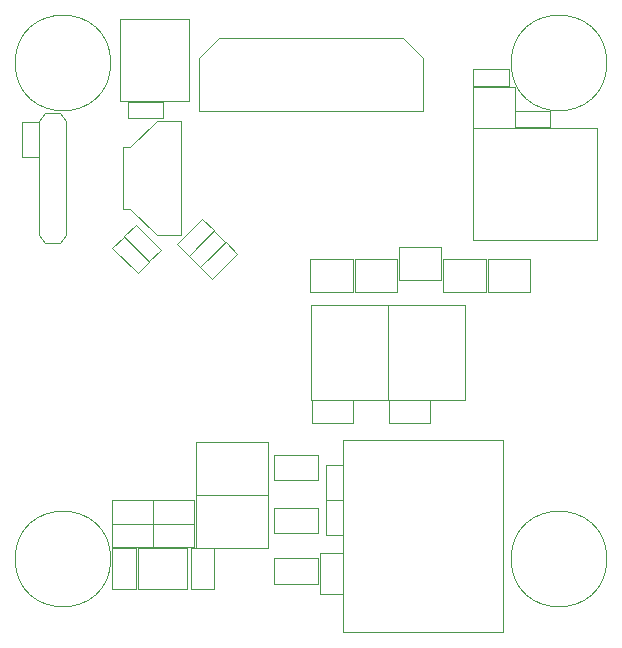
<source format=gbr>
%TF.GenerationSoftware,KiCad,Pcbnew,7.0.7*%
%TF.CreationDate,2024-01-21T18:01:17-05:00*%
%TF.ProjectId,Forerunner-Cubic-Mainboard,466f7265-7275-46e6-9e65-722d43756269,rev?*%
%TF.SameCoordinates,Original*%
%TF.FileFunction,Other,User*%
%FSLAX46Y46*%
G04 Gerber Fmt 4.6, Leading zero omitted, Abs format (unit mm)*
G04 Created by KiCad (PCBNEW 7.0.7) date 2024-01-21 18:01:17*
%MOMM*%
%LPD*%
G01*
G04 APERTURE LIST*
%ADD10C,0.050000*%
G04 APERTURE END LIST*
D10*
%TO.C,MH3*%
X50050000Y4000000D02*
G75*
G03*
X50050000Y4000000I-4050000J0D01*
G01*
%TO.C,MH4*%
X8050000Y4000000D02*
G75*
G03*
X8050000Y4000000I-4050000J0D01*
G01*
%TO.C,MH1*%
X8050000Y46000000D02*
G75*
G03*
X8050000Y46000000I-4050000J0D01*
G01*
%TO.C,J2*%
X2500000Y41750000D02*
X3750000Y41750000D01*
X14000000Y41100000D02*
X12000000Y41100000D01*
X12000000Y41100000D02*
X9700000Y38850000D01*
X4250000Y41100000D02*
X3750000Y41750000D01*
X2000000Y41100000D02*
X2500000Y41750000D01*
X9700000Y38850000D02*
X9100000Y38850000D01*
X9700000Y33650000D02*
X9100000Y33650000D01*
X9100000Y33650000D02*
X9100000Y38850000D01*
X14000000Y31400000D02*
X14000000Y41100000D01*
X12000000Y31400000D02*
X9700000Y33650000D01*
X12000000Y31400000D02*
X14000000Y31400000D01*
X4250000Y31400000D02*
X4250000Y41100000D01*
X4250000Y31400000D02*
X3750000Y30750000D01*
X2000000Y31400000D02*
X2000000Y41100000D01*
X2000000Y31400000D02*
X2500000Y30750000D01*
X3750000Y30750000D02*
X2500000Y30750000D01*
%TO.C,J4*%
X15525000Y46404000D02*
X15525000Y41896000D01*
X15525000Y41896000D02*
X34475000Y41896000D01*
X17225000Y48104000D02*
X15525000Y46404000D01*
X32775000Y48104000D02*
X17225000Y48104000D01*
X32775000Y48104000D02*
X34475000Y46404000D01*
X34475000Y46404000D02*
X34475000Y41896000D01*
%TO.C,MH2*%
X50050000Y46000000D02*
G75*
G03*
X50050000Y46000000I-4050000J0D01*
G01*
%TO.C,C3*%
X35100000Y15500000D02*
X35100000Y17500000D01*
X31600000Y15500000D02*
X35100000Y15500000D01*
X31600000Y15500000D02*
X31600000Y17500000D01*
X31600000Y17500000D02*
X35100000Y17500000D01*
%TO.C,TP2*%
X25625000Y8325000D02*
X21875000Y8325000D01*
X21875000Y8325000D02*
X21875000Y6175000D01*
X21875000Y6175000D02*
X25625000Y6175000D01*
X25625000Y6175000D02*
X25625000Y8325000D01*
%TO.C,LS1*%
X49250000Y40500000D02*
X38750000Y40500000D01*
X38750000Y40500000D02*
X38750000Y31000000D01*
X38750000Y31000000D02*
X49250000Y31000000D01*
X49250000Y31000000D02*
X49250000Y40500000D01*
%TO.C,R15*%
X36050000Y30400000D02*
X32450000Y30400000D01*
X36050000Y27600000D02*
X36050000Y30400000D01*
X36050000Y27600000D02*
X32450000Y27600000D01*
X32450000Y27600000D02*
X32450000Y30400000D01*
%TO.C,C16*%
X10184315Y32305635D02*
X9194365Y31315685D01*
X12305635Y30184315D02*
X10184315Y32305635D01*
X12305635Y30184315D02*
X11315685Y29194365D01*
X11315685Y29194365D02*
X9194365Y31315685D01*
%TO.C,U4*%
X10335000Y4900000D02*
X14465000Y4900000D01*
X10335000Y1500000D02*
X10335000Y4900000D01*
X10335000Y1500000D02*
X14465000Y1500000D01*
X14465000Y1500000D02*
X14465000Y4900000D01*
%TO.C,C10*%
X10150000Y4950000D02*
X8150000Y4950000D01*
X10150000Y1450000D02*
X10150000Y4950000D01*
X10150000Y1450000D02*
X8150000Y1450000D01*
X8150000Y1450000D02*
X8150000Y4950000D01*
%TO.C,U2*%
X31500000Y25500000D02*
X25000000Y25500000D01*
X25000000Y25500000D02*
X25000000Y17500000D01*
X31500000Y17500000D02*
X31500000Y25500000D01*
X25000000Y17500000D02*
X31500000Y17500000D01*
%TO.C,TP1*%
X25625000Y12825000D02*
X21875000Y12825000D01*
X21875000Y12825000D02*
X21875000Y10675000D01*
X21875000Y10675000D02*
X25625000Y10675000D01*
X25625000Y10675000D02*
X25625000Y12825000D01*
%TO.C,C11*%
X14825000Y1450000D02*
X16825000Y1450000D01*
X14825000Y4950000D02*
X14825000Y1450000D01*
X14825000Y4950000D02*
X16825000Y4950000D01*
X16825000Y4950000D02*
X16825000Y1450000D01*
%TO.C,C28*%
X9500000Y42700000D02*
X9500000Y41300000D01*
X12500000Y42700000D02*
X9500000Y42700000D01*
X12500000Y42700000D02*
X12500000Y41300000D01*
X12500000Y41300000D02*
X9500000Y41300000D01*
%TO.C,D5*%
X15250000Y9450000D02*
X15250000Y4950000D01*
X21350000Y9450000D02*
X15250000Y9450000D01*
X21350000Y9450000D02*
X21350000Y4950000D01*
X21350000Y4950000D02*
X15250000Y4950000D01*
%TO.C,L3*%
X14700000Y49750000D02*
X8800000Y49750000D01*
X14700000Y42750000D02*
X14700000Y49750000D01*
X14700000Y42750000D02*
X8800000Y42750000D01*
X8800000Y42750000D02*
X8800000Y49750000D01*
%TO.C,C21*%
X16755635Y31815685D02*
X15765685Y32805635D01*
X14634315Y29694365D02*
X16755635Y31815685D01*
X14634315Y29694365D02*
X13644365Y30684315D01*
X13644365Y30684315D02*
X15765685Y32805635D01*
%TO.C,R30*%
X550000Y38000000D02*
X1950000Y38000000D01*
X550000Y41000000D02*
X550000Y38000000D01*
X550000Y41000000D02*
X1950000Y41000000D01*
X1950000Y41000000D02*
X1950000Y38000000D01*
%TO.C,C7*%
X8125000Y9000000D02*
X8125000Y7000000D01*
X11625000Y9000000D02*
X8125000Y9000000D01*
X11625000Y9000000D02*
X11625000Y7000000D01*
X11625000Y7000000D02*
X8125000Y7000000D01*
%TO.C,TP3*%
X25625000Y4075000D02*
X21875000Y4075000D01*
X21875000Y4075000D02*
X21875000Y1925000D01*
X21875000Y1925000D02*
X25625000Y1925000D01*
X25625000Y1925000D02*
X25625000Y4075000D01*
%TO.C,C5*%
X15125000Y7000000D02*
X15125000Y9000000D01*
X11625000Y7000000D02*
X15125000Y7000000D01*
X11625000Y7000000D02*
X11625000Y9000000D01*
X11625000Y9000000D02*
X15125000Y9000000D01*
%TO.C,R4*%
X43550000Y29400000D02*
X39950000Y29400000D01*
X43550000Y26600000D02*
X43550000Y29400000D01*
X43550000Y26600000D02*
X39950000Y26600000D01*
X39950000Y26600000D02*
X39950000Y29400000D01*
%TO.C,C4*%
X28600000Y15500000D02*
X28600000Y17500000D01*
X25100000Y15500000D02*
X28600000Y15500000D01*
X25100000Y15500000D02*
X25100000Y17500000D01*
X25100000Y17500000D02*
X28600000Y17500000D01*
%TO.C,C6*%
X8125000Y7000000D02*
X8125000Y5000000D01*
X11625000Y7000000D02*
X8125000Y7000000D01*
X11625000Y7000000D02*
X11625000Y5000000D01*
X11625000Y5000000D02*
X8125000Y5000000D01*
%TO.C,C17*%
X9184315Y31305635D02*
X8194365Y30315685D01*
X11305635Y29184315D02*
X9184315Y31305635D01*
X11305635Y29184315D02*
X10315685Y28194365D01*
X10315685Y28194365D02*
X8194365Y30315685D01*
%TO.C,R13*%
X24950000Y26600000D02*
X28550000Y26600000D01*
X24950000Y29400000D02*
X24950000Y26600000D01*
X24950000Y29400000D02*
X28550000Y29400000D01*
X28550000Y29400000D02*
X28550000Y26600000D01*
%TO.C,R34*%
X26300000Y9000000D02*
X27700000Y9000000D01*
X26300000Y12000000D02*
X26300000Y9000000D01*
X26300000Y12000000D02*
X27700000Y12000000D01*
X27700000Y12000000D02*
X27700000Y9000000D01*
%TO.C,D4*%
X15250000Y13950000D02*
X15250000Y9450000D01*
X21350000Y13950000D02*
X15250000Y13950000D01*
X21350000Y13950000D02*
X21350000Y9450000D01*
X21350000Y9450000D02*
X15250000Y9450000D01*
%TO.C,R5*%
X39800000Y29400000D02*
X36200000Y29400000D01*
X39800000Y26600000D02*
X39800000Y29400000D01*
X39800000Y26600000D02*
X36200000Y26600000D01*
X36200000Y26600000D02*
X36200000Y29400000D01*
%TO.C,Q1*%
X42250000Y44000000D02*
X38750000Y44000000D01*
X42250000Y40500000D02*
X42250000Y44000000D01*
X42250000Y40500000D02*
X38750000Y40500000D01*
X38750000Y40500000D02*
X38750000Y44000000D01*
%TO.C,C14*%
X18755635Y29815685D02*
X17765685Y30805635D01*
X16634315Y27694365D02*
X18755635Y29815685D01*
X16634315Y27694365D02*
X15644365Y28684315D01*
X15644365Y28684315D02*
X17765685Y30805635D01*
%TO.C,R2*%
X38750000Y45450000D02*
X38750000Y44050000D01*
X41750000Y45450000D02*
X38750000Y45450000D01*
X41750000Y45450000D02*
X41750000Y44050000D01*
X41750000Y44050000D02*
X38750000Y44050000D01*
%TO.C,R14*%
X28700000Y26600000D02*
X32300000Y26600000D01*
X28700000Y29400000D02*
X28700000Y26600000D01*
X28700000Y29400000D02*
X32300000Y29400000D01*
X32300000Y29400000D02*
X32300000Y26600000D01*
%TO.C,C8*%
X15125000Y5000000D02*
X15125000Y7000000D01*
X11625000Y5000000D02*
X15125000Y5000000D01*
X11625000Y5000000D02*
X11625000Y7000000D01*
X11625000Y7000000D02*
X15125000Y7000000D01*
%TO.C,J3*%
X41250000Y-2200000D02*
X41250000Y14050000D01*
X27750000Y-2200000D02*
X41250000Y-2200000D01*
X27750000Y-2200000D02*
X27750000Y14050000D01*
X27750000Y14050000D02*
X41250000Y14050000D01*
%TO.C,C29*%
X25750000Y1000000D02*
X27750000Y1000000D01*
X25750000Y4500000D02*
X25750000Y1000000D01*
X25750000Y4500000D02*
X27750000Y4500000D01*
X27750000Y4500000D02*
X27750000Y1000000D01*
%TO.C,U3*%
X38000000Y25500000D02*
X31500000Y25500000D01*
X31500000Y25500000D02*
X31500000Y17500000D01*
X38000000Y17500000D02*
X38000000Y25500000D01*
X31500000Y17500000D02*
X38000000Y17500000D01*
%TO.C,C15*%
X17755635Y30815685D02*
X16765685Y31805635D01*
X15634315Y28694365D02*
X17755635Y30815685D01*
X15634315Y28694365D02*
X14644365Y29684315D01*
X14644365Y29684315D02*
X16765685Y31805635D01*
%TO.C,R3*%
X42250000Y41950000D02*
X42250000Y40550000D01*
X45250000Y41950000D02*
X42250000Y41950000D01*
X45250000Y41950000D02*
X45250000Y40550000D01*
X45250000Y40550000D02*
X42250000Y40550000D01*
%TO.C,R33*%
X27700000Y9000000D02*
X26300000Y9000000D01*
X27700000Y6000000D02*
X27700000Y9000000D01*
X27700000Y6000000D02*
X26300000Y6000000D01*
X26300000Y6000000D02*
X26300000Y9000000D01*
%TD*%
M02*

</source>
